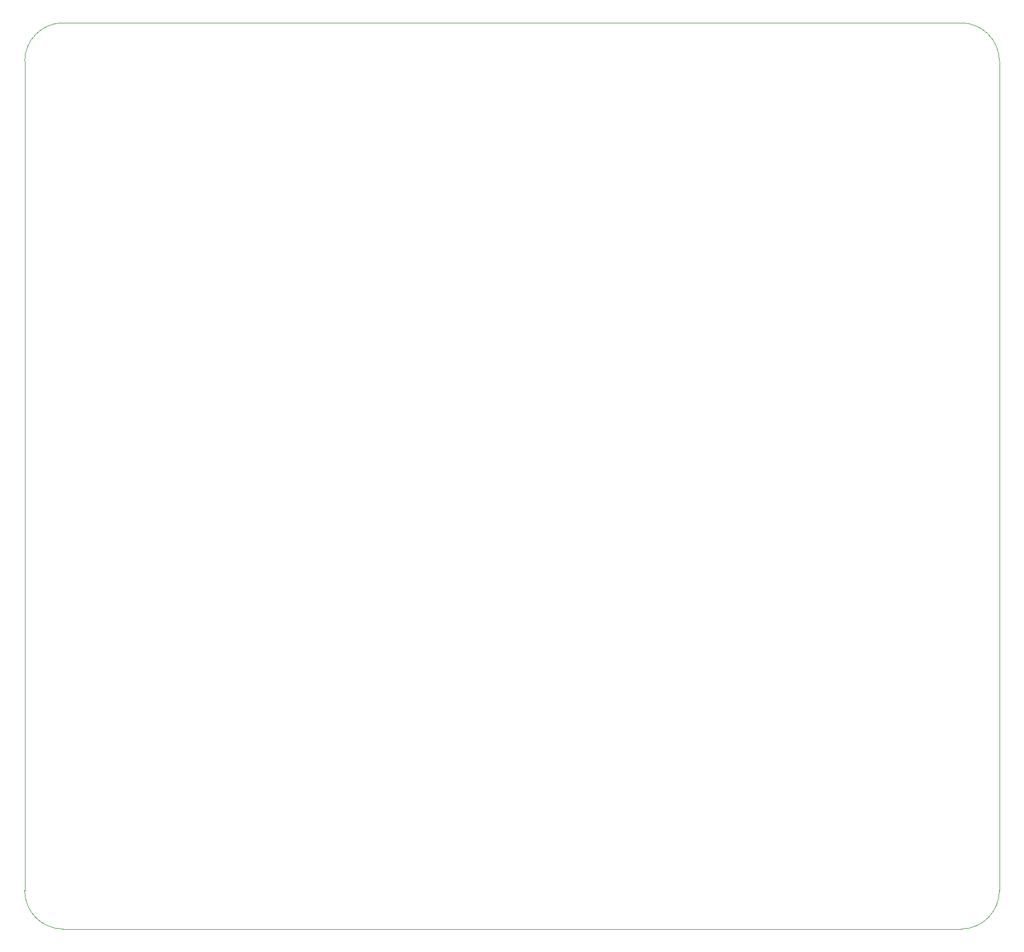
<source format=gm1>
G04 #@! TF.GenerationSoftware,KiCad,Pcbnew,8.0.2*
G04 #@! TF.CreationDate,2024-05-16T19:31:03+09:30*
G04 #@! TF.ProjectId,shutdownPCB,73687574-646f-4776-9e50-43422e6b6963,rev?*
G04 #@! TF.SameCoordinates,Original*
G04 #@! TF.FileFunction,Profile,NP*
%FSLAX46Y46*%
G04 Gerber Fmt 4.6, Leading zero omitted, Abs format (unit mm)*
G04 Created by KiCad (PCBNEW 8.0.2) date 2024-05-16 19:31:03*
%MOMM*%
%LPD*%
G01*
G04 APERTURE LIST*
G04 #@! TA.AperFunction,Profile*
%ADD10C,0.100000*%
G04 #@! TD*
G04 APERTURE END LIST*
D10*
X71571886Y-219232801D02*
G75*
G02*
X65571879Y-213242801I-4936J5995071D01*
G01*
X211571967Y-219232767D02*
X181571967Y-219232767D01*
X217561907Y-97866681D02*
X217561907Y-83866681D01*
X65571886Y-213242801D02*
X65571884Y-97876584D01*
X181571967Y-219232767D02*
X71571886Y-219232801D01*
X65571884Y-83876584D02*
G75*
G02*
X71561884Y-77876584I5995056J4944D01*
G01*
X217561967Y-213232767D02*
X217561907Y-97866681D01*
X217561967Y-213232767D02*
G75*
G02*
X211571967Y-219232767I-5995067J-4933D01*
G01*
X211561907Y-77876681D02*
X181561907Y-77876681D01*
X211561907Y-77876681D02*
G75*
G02*
X217561919Y-83866681I4793J-5995219D01*
G01*
X181561907Y-77876681D02*
X71561884Y-77876584D01*
X65571884Y-83876584D02*
X65571884Y-97876584D01*
M02*

</source>
